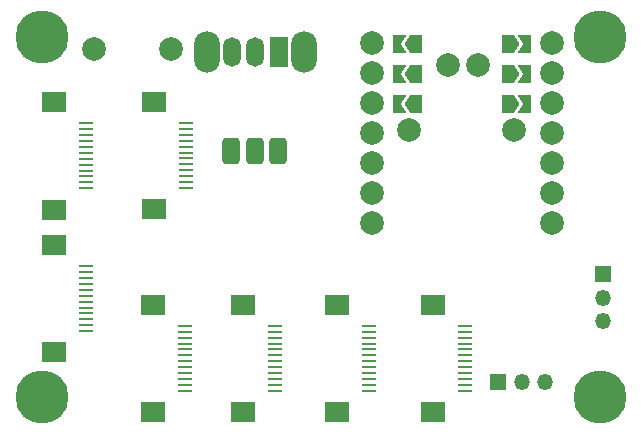
<source format=gbr>
%TF.GenerationSoftware,KiCad,Pcbnew,7.0.2*%
%TF.CreationDate,2024-09-11T13:33:12+02:00*%
%TF.ProjectId,mcu_holder,6d63755f-686f-46c6-9465-722e6b696361,rev?*%
%TF.SameCoordinates,Original*%
%TF.FileFunction,Soldermask,Top*%
%TF.FilePolarity,Negative*%
%FSLAX46Y46*%
G04 Gerber Fmt 4.6, Leading zero omitted, Abs format (unit mm)*
G04 Created by KiCad (PCBNEW 7.0.2) date 2024-09-11 13:33:12*
%MOMM*%
%LPD*%
G01*
G04 APERTURE LIST*
G04 Aperture macros list*
%AMRoundRect*
0 Rectangle with rounded corners*
0 $1 Rounding radius*
0 $2 $3 $4 $5 $6 $7 $8 $9 X,Y pos of 4 corners*
0 Add a 4 corners polygon primitive as box body*
4,1,4,$2,$3,$4,$5,$6,$7,$8,$9,$2,$3,0*
0 Add four circle primitives for the rounded corners*
1,1,$1+$1,$2,$3*
1,1,$1+$1,$4,$5*
1,1,$1+$1,$6,$7*
1,1,$1+$1,$8,$9*
0 Add four rect primitives between the rounded corners*
20,1,$1+$1,$2,$3,$4,$5,0*
20,1,$1+$1,$4,$5,$6,$7,0*
20,1,$1+$1,$6,$7,$8,$9,0*
20,1,$1+$1,$8,$9,$2,$3,0*%
%AMFreePoly0*
4,1,6,0.500000,-0.750000,-0.650000,-0.750000,-0.150000,0.000000,-0.650000,0.750000,0.500000,0.750000,0.500000,-0.750000,0.500000,-0.750000,$1*%
%AMFreePoly1*
4,1,6,0.150000,0.000000,0.650000,-0.750000,-0.500000,-0.750000,-0.500000,0.750000,0.650000,0.750000,0.150000,0.000000,0.150000,0.000000,$1*%
%AMFreePoly2*
4,1,6,1.000000,0.000000,0.500000,-0.750000,-0.500000,-0.750000,-0.500000,0.750000,0.500000,0.750000,1.000000,0.000000,1.000000,0.000000,$1*%
%AMFreePoly3*
4,1,6,0.500000,-0.750000,-0.500000,-0.750000,-1.000000,0.000000,-0.500000,0.750000,0.500000,0.750000,0.500000,-0.750000,0.500000,-0.750000,$1*%
G04 Aperture macros list end*
%ADD10R,1.250000X0.280000*%
%ADD11R,2.000000X1.800000*%
%ADD12C,4.500000*%
%ADD13R,1.350000X1.350000*%
%ADD14O,1.350000X1.350000*%
%ADD15O,2.200000X3.500000*%
%ADD16R,1.500000X2.500000*%
%ADD17O,1.500000X2.500000*%
%ADD18C,2.000000*%
%ADD19RoundRect,0.375000X-0.375000X-0.750000X0.375000X-0.750000X0.375000X0.750000X-0.375000X0.750000X0*%
%ADD20FreePoly0,180.000000*%
%ADD21FreePoly1,180.000000*%
%ADD22FreePoly2,180.000000*%
%ADD23FreePoly3,180.000000*%
G04 APERTURE END LIST*
D10*
%TO.C,J11*%
X130293000Y-62550000D03*
X130293000Y-63050000D03*
X130293000Y-63550000D03*
X130293000Y-64050000D03*
X130293000Y-64550000D03*
X130293000Y-65050000D03*
X130293000Y-65550000D03*
X130293000Y-66050000D03*
X130293000Y-66550000D03*
X130293000Y-67050000D03*
X130293000Y-67550000D03*
X130293000Y-68050000D03*
D11*
X127569000Y-69850000D03*
X127569000Y-60750000D03*
%TD*%
D10*
%TO.C,J17*%
X98249000Y-57500000D03*
X98249000Y-58000000D03*
X98249000Y-58500000D03*
X98249000Y-59000000D03*
X98249000Y-59500000D03*
X98249000Y-60000000D03*
X98249000Y-60500000D03*
X98249000Y-61000000D03*
X98249000Y-61500000D03*
X98249000Y-62000000D03*
X98249000Y-62500000D03*
X98249000Y-63000000D03*
D11*
X95525000Y-64800000D03*
X95525000Y-55700000D03*
%TD*%
D10*
%TO.C,J16*%
X106693000Y-45375000D03*
X106693000Y-45875000D03*
X106693000Y-46375000D03*
X106693000Y-46875000D03*
X106693000Y-47375000D03*
X106693000Y-47875000D03*
X106693000Y-48375000D03*
X106693000Y-48875000D03*
X106693000Y-49375000D03*
X106693000Y-49875000D03*
X106693000Y-50375000D03*
X106693000Y-50875000D03*
D11*
X103969000Y-52675000D03*
X103969000Y-43575000D03*
%TD*%
D10*
%TO.C,J15*%
X98249000Y-45400000D03*
X98249000Y-45900000D03*
X98249000Y-46400000D03*
X98249000Y-46900000D03*
X98249000Y-47400000D03*
X98249000Y-47900000D03*
X98249000Y-48400000D03*
X98249000Y-48900000D03*
X98249000Y-49400000D03*
X98249000Y-49900000D03*
X98249000Y-50400000D03*
X98249000Y-50900000D03*
D11*
X95525000Y-52700000D03*
X95525000Y-43600000D03*
%TD*%
D10*
%TO.C,J14*%
X106593000Y-62550000D03*
X106593000Y-63050000D03*
X106593000Y-63550000D03*
X106593000Y-64050000D03*
X106593000Y-64550000D03*
X106593000Y-65050000D03*
X106593000Y-65550000D03*
X106593000Y-66050000D03*
X106593000Y-66550000D03*
X106593000Y-67050000D03*
X106593000Y-67550000D03*
X106593000Y-68050000D03*
D11*
X103869000Y-69850000D03*
X103869000Y-60750000D03*
%TD*%
D10*
%TO.C,J13*%
X114200000Y-62550000D03*
X114200000Y-63050000D03*
X114200000Y-63550000D03*
X114200000Y-64050000D03*
X114200000Y-64550000D03*
X114200000Y-65050000D03*
X114200000Y-65550000D03*
X114200000Y-66050000D03*
X114200000Y-66550000D03*
X114200000Y-67050000D03*
X114200000Y-67550000D03*
X114200000Y-68050000D03*
D11*
X111476000Y-69850000D03*
X111476000Y-60750000D03*
%TD*%
D10*
%TO.C,J12*%
X122168000Y-62550000D03*
X122168000Y-63050000D03*
X122168000Y-63550000D03*
X122168000Y-64050000D03*
X122168000Y-64550000D03*
X122168000Y-65050000D03*
X122168000Y-65550000D03*
X122168000Y-66050000D03*
X122168000Y-66550000D03*
X122168000Y-67050000D03*
X122168000Y-67550000D03*
X122168000Y-68050000D03*
D11*
X119444000Y-69850000D03*
X119444000Y-60750000D03*
%TD*%
D12*
%TO.C,H4*%
X141732000Y-68580000D03*
%TD*%
%TO.C,H3*%
X94488000Y-38100000D03*
%TD*%
D13*
%TO.C,J10*%
X141986000Y-58166000D03*
D14*
X141986000Y-60166000D03*
X141986000Y-62166000D03*
%TD*%
D15*
%TO.C,SW17*%
X116654000Y-39370000D03*
X108454000Y-39370000D03*
D16*
X114554000Y-39370000D03*
D17*
X112554000Y-39370000D03*
X110554000Y-39370000D03*
%TD*%
D13*
%TO.C,J6*%
X133128000Y-67310000D03*
D14*
X135128000Y-67310000D03*
X137128000Y-67310000D03*
%TD*%
D18*
%TO.C,SW16*%
X105410000Y-39116000D03*
X98910000Y-39116000D03*
%TD*%
D19*
%TO.C,J7*%
X114522000Y-47752000D03*
X112522000Y-47752000D03*
X110522000Y-47752000D03*
%TD*%
D12*
%TO.C,H1*%
X94488000Y-68580000D03*
%TD*%
D18*
%TO.C,U1*%
X122428000Y-38606910D03*
X122428000Y-41142364D03*
X122428000Y-43678377D03*
D20*
X124708000Y-38676910D03*
X124708000Y-41216910D03*
X124708000Y-43756910D03*
D21*
X135383000Y-38676910D03*
X135383000Y-41216910D03*
X135383000Y-43756910D03*
D18*
X137668000Y-38609090D03*
X137668000Y-41149090D03*
X137668000Y-43689090D03*
D22*
X126158000Y-38676910D03*
X126158000Y-41216910D03*
X126158000Y-43756910D03*
D18*
X122428000Y-46226910D03*
X122428000Y-48765032D03*
X122428000Y-51304474D03*
X122428000Y-53839229D03*
X137668000Y-53849090D03*
X137668000Y-51309090D03*
X137668000Y-48769090D03*
X137668000Y-46229090D03*
D23*
X133933000Y-43756910D03*
X133933000Y-41216910D03*
X133933000Y-38676910D03*
D18*
X128856803Y-40462723D03*
X131396803Y-40462723D03*
X125598000Y-45926910D03*
X134498000Y-45926910D03*
%TD*%
D12*
%TO.C,H2*%
X141732000Y-38100000D03*
%TD*%
M02*

</source>
